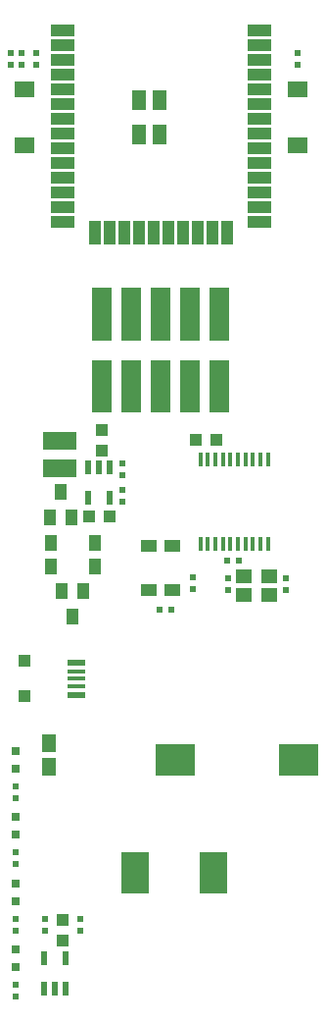
<source format=gbr>
G04 #@! TF.GenerationSoftware,KiCad,Pcbnew,6.0.0-unknown-d3777ea~100~ubuntu18.04.1*
G04 #@! TF.CreationDate,2019-05-24T15:58:07+03:00*
G04 #@! TF.ProjectId,ESP32-PoE-ISO_Rev_C,45535033-322d-4506-9f45-2d49534f5f52,C*
G04 #@! TF.SameCoordinates,Original*
G04 #@! TF.FileFunction,Paste,Top*
G04 #@! TF.FilePolarity,Positive*
%FSLAX46Y46*%
G04 Gerber Fmt 4.6, Leading zero omitted, Abs format (unit mm)*
G04 Created by KiCad (PCBNEW 6.0.0-unknown-d3777ea~100~ubuntu18.04.1) date 2019-05-24 15:58:07*
%MOMM*%
%LPD*%
G04 APERTURE LIST*
%ADD10R,1.200000X1.800000*%
%ADD11R,2.101600X1.001600*%
%ADD12R,1.001600X2.101600*%
%ADD13R,1.754000X1.327000*%
%ADD14R,3.000000X1.600000*%
%ADD15R,1.400000X1.200000*%
%ADD16R,2.400000X3.600000*%
%ADD17R,1.400000X1.000000*%
%ADD18R,1.000000X1.400000*%
%ADD19R,0.550000X0.500000*%
%ADD20R,0.550000X1.200000*%
%ADD21R,1.270000X1.524000*%
%ADD22R,0.800000X0.800000*%
%ADD23R,0.500000X0.550000*%
%ADD24R,1.016000X1.016000*%
%ADD25R,0.325000X1.270000*%
%ADD26R,3.400000X2.700000*%
%ADD27C,1.700000*%
%ADD28C,0.100000*%
%ADD29R,1.650000X0.500000*%
%ADD30R,1.650000X0.325000*%
%ADD31R,1.000000X1.100000*%
G04 APERTURE END LIST*
D10*
X104040000Y-105735000D03*
X104040000Y-102735000D03*
X102240000Y-105735000D03*
X102240000Y-102735000D03*
D11*
X95640000Y-96725000D03*
X95640000Y-97995000D03*
X95640000Y-99265000D03*
X95640000Y-100535000D03*
X95640000Y-101805000D03*
X95640000Y-103075000D03*
X95640000Y-104345000D03*
X95640000Y-105615000D03*
X95640000Y-106885000D03*
X95640000Y-108155000D03*
X95640000Y-109425000D03*
X95640000Y-110695000D03*
X95640000Y-111965000D03*
X95640000Y-113235000D03*
D12*
X98440000Y-114235000D03*
X99710000Y-114235000D03*
X100980000Y-114235000D03*
X102250000Y-114235000D03*
X103520000Y-114235000D03*
X104790000Y-114235000D03*
X106060000Y-114235000D03*
X107330000Y-114235000D03*
X108600000Y-114235000D03*
X109870000Y-114235000D03*
D11*
X112640000Y-113235000D03*
X112640000Y-111965000D03*
X112640000Y-110695000D03*
X112640000Y-109425000D03*
X112640000Y-108155000D03*
X112640000Y-106885000D03*
X112640000Y-105615000D03*
X112640000Y-104345000D03*
X112640000Y-103075000D03*
X112640000Y-101805000D03*
X112640000Y-100535000D03*
X112640000Y-99265000D03*
X112640000Y-97995000D03*
X112640000Y-96725000D03*
D13*
X115959000Y-101877000D03*
X115959000Y-106657000D03*
X92321000Y-101877000D03*
X92321000Y-106657000D03*
D14*
X95377000Y-132150000D03*
X95377000Y-134550000D03*
D15*
X111338000Y-143853000D03*
X113538000Y-145453000D03*
X113538000Y-143853000D03*
X111338000Y-145453000D03*
D16*
X108683000Y-169418000D03*
X101883000Y-169418000D03*
D17*
X105156000Y-145029000D03*
X105156000Y-141229000D03*
X103124000Y-145029000D03*
X103124000Y-141229000D03*
D18*
X94620000Y-140970000D03*
X98420000Y-140970000D03*
X98420000Y-143002000D03*
X94620000Y-143002000D03*
D19*
X92075000Y-99695000D03*
X92075000Y-98679000D03*
X91186000Y-98679000D03*
X91186000Y-99695000D03*
X94107000Y-173355000D03*
X94107000Y-174371000D03*
D20*
X94046000Y-179354000D03*
X94996000Y-179354000D03*
X95946000Y-179354000D03*
X94046000Y-176754000D03*
X95946000Y-176754000D03*
D21*
X94488000Y-158242000D03*
X94488000Y-160274000D03*
D22*
X91567000Y-164592000D03*
X91567000Y-166116000D03*
X91567000Y-160401000D03*
X91567000Y-158877000D03*
D19*
X97155000Y-173355000D03*
X97155000Y-174371000D03*
X100838000Y-137414000D03*
X100838000Y-136398000D03*
X100838000Y-134112000D03*
X100838000Y-135128000D03*
X91567000Y-174371000D03*
X91567000Y-173355000D03*
X91567000Y-162941000D03*
X91567000Y-161925000D03*
X91567000Y-168656000D03*
X91567000Y-167640000D03*
X91567000Y-180086000D03*
X91567000Y-179070000D03*
D23*
X104013000Y-146685000D03*
X105029000Y-146685000D03*
X110871000Y-142494000D03*
X109855000Y-142494000D03*
D24*
X99695000Y-138684000D03*
X97917000Y-138684000D03*
X95631000Y-173482000D03*
X95631000Y-175260000D03*
D20*
X99756000Y-134463000D03*
X98806000Y-134463000D03*
X97856000Y-134463000D03*
X99756000Y-137063000D03*
X97856000Y-137063000D03*
D25*
X107565000Y-141033500D03*
X108215000Y-141033500D03*
X108865000Y-141033500D03*
X109515000Y-141033500D03*
X110165000Y-141033500D03*
X110815000Y-141033500D03*
X111465000Y-141033500D03*
X112115000Y-141033500D03*
X112765000Y-141033500D03*
X113415000Y-141033500D03*
X113415000Y-133794500D03*
X112765000Y-133794500D03*
X112115000Y-133794500D03*
X111465000Y-133794500D03*
X110815000Y-133794500D03*
X110165000Y-133794500D03*
X109515000Y-133794500D03*
X108865000Y-133794500D03*
X108215000Y-133794500D03*
X107565000Y-133794500D03*
D22*
X91567000Y-171831000D03*
X91567000Y-170307000D03*
D24*
X99060000Y-132969000D03*
X99060000Y-131191000D03*
D22*
X91567000Y-177546000D03*
X91567000Y-176022000D03*
D24*
X107188000Y-132080000D03*
X108966000Y-132080000D03*
D18*
X94554040Y-138775440D03*
X96456500Y-138775440D03*
X95501460Y-136565640D03*
X97469960Y-145069560D03*
X95567500Y-145069560D03*
X96522540Y-147279360D03*
D19*
X115951000Y-98679000D03*
X115951000Y-99695000D03*
X114935000Y-145034000D03*
X114935000Y-144018000D03*
X109982000Y-144018000D03*
X109982000Y-145034000D03*
X93345000Y-99695000D03*
X93345000Y-98679000D03*
D26*
X116094000Y-159639000D03*
X105394000Y-159639000D03*
D19*
X106934000Y-144907000D03*
X106934000Y-143891000D03*
D27*
X99060000Y-127458000D03*
D28*
G36*
X98210000Y-129733000D02*
G01*
X98210000Y-125183000D01*
X99910000Y-125183000D01*
X99910000Y-129733000D01*
X98210000Y-129733000D01*
X98210000Y-129733000D01*
G37*
D27*
X101600000Y-127458000D03*
D28*
G36*
X100750000Y-129733000D02*
G01*
X100750000Y-125183000D01*
X102450000Y-125183000D01*
X102450000Y-129733000D01*
X100750000Y-129733000D01*
X100750000Y-129733000D01*
G37*
D27*
X104140000Y-127458000D03*
D28*
G36*
X103290000Y-129733000D02*
G01*
X103290000Y-125183000D01*
X104990000Y-125183000D01*
X104990000Y-129733000D01*
X103290000Y-129733000D01*
X103290000Y-129733000D01*
G37*
D27*
X106680000Y-127458000D03*
D28*
G36*
X105830000Y-129733000D02*
G01*
X105830000Y-125183000D01*
X107530000Y-125183000D01*
X107530000Y-129733000D01*
X105830000Y-129733000D01*
X105830000Y-129733000D01*
G37*
D27*
X109220000Y-127458000D03*
D28*
G36*
X108370000Y-129733000D02*
G01*
X108370000Y-125183000D01*
X110070000Y-125183000D01*
X110070000Y-129733000D01*
X108370000Y-129733000D01*
X108370000Y-129733000D01*
G37*
D27*
X109220000Y-121208000D03*
D28*
G36*
X108370000Y-123483000D02*
G01*
X108370000Y-118933000D01*
X110070000Y-118933000D01*
X110070000Y-123483000D01*
X108370000Y-123483000D01*
X108370000Y-123483000D01*
G37*
D27*
X106680000Y-121208000D03*
D28*
G36*
X105830000Y-123483000D02*
G01*
X105830000Y-118933000D01*
X107530000Y-118933000D01*
X107530000Y-123483000D01*
X105830000Y-123483000D01*
X105830000Y-123483000D01*
G37*
D27*
X99060000Y-121208000D03*
D28*
G36*
X98210000Y-123483000D02*
G01*
X98210000Y-118933000D01*
X99910000Y-118933000D01*
X99910000Y-123483000D01*
X98210000Y-123483000D01*
X98210000Y-123483000D01*
G37*
D27*
X101600000Y-121208000D03*
D28*
G36*
X100750000Y-123483000D02*
G01*
X100750000Y-118933000D01*
X102450000Y-118933000D01*
X102450000Y-123483000D01*
X100750000Y-123483000D01*
X100750000Y-123483000D01*
G37*
D27*
X104140000Y-121208000D03*
D28*
G36*
X103290000Y-123483000D02*
G01*
X103290000Y-118933000D01*
X104990000Y-118933000D01*
X104990000Y-123483000D01*
X103290000Y-123483000D01*
X103290000Y-123483000D01*
G37*
D29*
X96876000Y-151266500D03*
D30*
X96876000Y-152004000D03*
X96876000Y-152654000D03*
X96876000Y-153304000D03*
D29*
X96876000Y-154041500D03*
D31*
X92326000Y-151154000D03*
X92326000Y-154154000D03*
M02*

</source>
